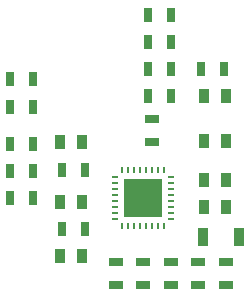
<source format=gbp>
G04*
G04 #@! TF.GenerationSoftware,Altium Limited,Altium Designer,19.0.13 (425)*
G04*
G04 Layer_Color=128*
%FSLAX44Y44*%
%MOMM*%
G71*
G01*
G75*
%ADD31R,3.3000X3.3000*%
%ADD32R,0.6000X0.2300*%
%ADD33R,0.2300X0.6000*%
%ADD34R,1.3000X0.7000*%
%ADD35R,0.9000X1.6000*%
%ADD36R,0.9000X1.3000*%
%ADD37R,0.7000X1.3000*%
D31*
X250000Y250000D02*
D03*
D32*
X274000Y267500D02*
D03*
Y262500D02*
D03*
Y257500D02*
D03*
Y252500D02*
D03*
Y247500D02*
D03*
Y242500D02*
D03*
Y237500D02*
D03*
Y232500D02*
D03*
X226000D02*
D03*
Y237500D02*
D03*
Y242500D02*
D03*
Y247500D02*
D03*
Y252500D02*
D03*
Y257500D02*
D03*
Y262500D02*
D03*
Y267500D02*
D03*
D33*
X267500Y226000D02*
D03*
X262500D02*
D03*
X257500D02*
D03*
X252500D02*
D03*
X247500D02*
D03*
X242500D02*
D03*
X237500D02*
D03*
X232500D02*
D03*
Y274000D02*
D03*
X237500D02*
D03*
X242500D02*
D03*
X247500D02*
D03*
X252500D02*
D03*
X257500D02*
D03*
X262500D02*
D03*
X267500D02*
D03*
D34*
X227000Y195500D02*
D03*
Y176500D02*
D03*
X250000Y176500D02*
D03*
Y195500D02*
D03*
X274000Y195500D02*
D03*
Y176500D02*
D03*
X297000Y176500D02*
D03*
Y195500D02*
D03*
X320000Y195500D02*
D03*
Y176500D02*
D03*
X258000Y297500D02*
D03*
Y316500D02*
D03*
D35*
X300500Y217000D02*
D03*
X331500D02*
D03*
D36*
X320500Y242000D02*
D03*
X301500D02*
D03*
X301500Y265000D02*
D03*
X320500D02*
D03*
X320500Y298000D02*
D03*
X301500D02*
D03*
X301500Y336000D02*
D03*
X320500D02*
D03*
X198500Y201000D02*
D03*
X179500D02*
D03*
X179500Y247000D02*
D03*
X198500D02*
D03*
X179500Y297000D02*
D03*
X198500D02*
D03*
D37*
X318500Y359000D02*
D03*
X299500D02*
D03*
X254500Y336000D02*
D03*
X273500D02*
D03*
X254500Y359000D02*
D03*
X273500D02*
D03*
X254500Y382000D02*
D03*
X273500D02*
D03*
X273500Y405000D02*
D03*
X254500D02*
D03*
X181500Y224000D02*
D03*
X200500D02*
D03*
X200500Y274000D02*
D03*
X181500D02*
D03*
X156500Y250000D02*
D03*
X137500D02*
D03*
X137500Y273000D02*
D03*
X156500D02*
D03*
X156500Y296000D02*
D03*
X137500D02*
D03*
X156500Y327000D02*
D03*
X137500D02*
D03*
X156500Y351000D02*
D03*
X137500D02*
D03*
M02*

</source>
